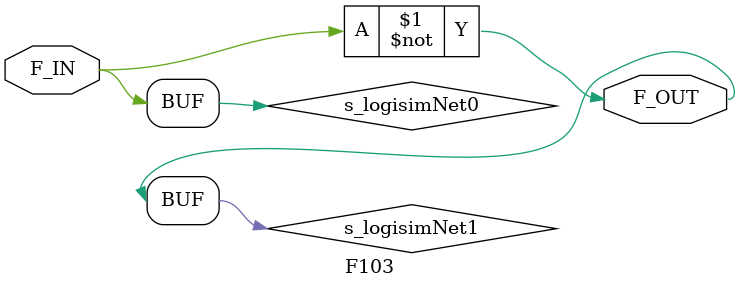
<source format=v>

/******************************************************************************
 ** Logisim-evolution goes FPGA automatic generated Verilog code             **
 ** https://github.com/logisim-evolution/                                    **
 **                                                                          **
 ** Component : F103                                                         **
 **                                                                          **
 *****************************************************************************/

module F103( F_IN,
             F_OUT );

   /*******************************************************************************
   ** The inputs are defined here                                                **
   *******************************************************************************/
   input F_IN;

   /*******************************************************************************
   ** The outputs are defined here                                               **
   *******************************************************************************/
   output F_OUT;

   /*******************************************************************************
   ** The wires are defined here                                                 **
   *******************************************************************************/
   wire s_logisimNet0;
   wire s_logisimNet1;

   /*******************************************************************************
   ** The module functionality is described here                                 **
   *******************************************************************************/

   /*******************************************************************************
   ** Here all input connections are defined                                     **
   *******************************************************************************/
   assign s_logisimNet0 = F_IN;

   /*******************************************************************************
   ** Here all output connections are defined                                    **
   *******************************************************************************/
   assign F_OUT = s_logisimNet1;

   /*******************************************************************************
   ** Here all in-lined components are defined                                   **
   *******************************************************************************/

   // NOT Gate
   assign s_logisimNet1 = ~s_logisimNet0;

endmodule

</source>
